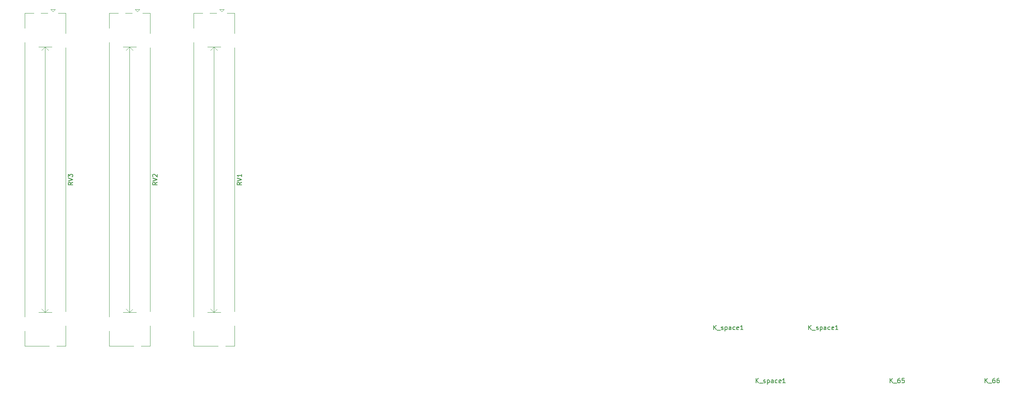
<source format=gto>
G04 #@! TF.GenerationSoftware,KiCad,Pcbnew,6.0.2*
G04 #@! TF.CreationDate,2022-03-08T20:49:10-05:00*
G04 #@! TF.ProjectId,TbKB,54624b42-2e6b-4696-9361-645f70636258,0.0*
G04 #@! TF.SameCoordinates,Original*
G04 #@! TF.FileFunction,Legend,Top*
G04 #@! TF.FilePolarity,Positive*
%FSLAX46Y46*%
G04 Gerber Fmt 4.6, Leading zero omitted, Abs format (unit mm)*
G04 Created by KiCad (PCBNEW 6.0.2) date 2022-03-08 20:49:10*
%MOMM*%
%LPD*%
G01*
G04 APERTURE LIST*
%ADD10C,0.150000*%
%ADD11C,0.120000*%
G04 APERTURE END LIST*
D10*
G04 #@! TO.C,K_66*
X248436011Y-116689880D02*
X248436011Y-115689880D01*
X249007440Y-116689880D02*
X248578869Y-116118452D01*
X249007440Y-115689880D02*
X248436011Y-116261309D01*
X249197916Y-116785119D02*
X249959821Y-116785119D01*
X250626488Y-115689880D02*
X250436011Y-115689880D01*
X250340773Y-115737500D01*
X250293154Y-115785119D01*
X250197916Y-115927976D01*
X250150297Y-116118452D01*
X250150297Y-116499404D01*
X250197916Y-116594642D01*
X250245535Y-116642261D01*
X250340773Y-116689880D01*
X250531250Y-116689880D01*
X250626488Y-116642261D01*
X250674107Y-116594642D01*
X250721726Y-116499404D01*
X250721726Y-116261309D01*
X250674107Y-116166071D01*
X250626488Y-116118452D01*
X250531250Y-116070833D01*
X250340773Y-116070833D01*
X250245535Y-116118452D01*
X250197916Y-116166071D01*
X250150297Y-116261309D01*
X251578869Y-115689880D02*
X251388392Y-115689880D01*
X251293154Y-115737500D01*
X251245535Y-115785119D01*
X251150297Y-115927976D01*
X251102678Y-116118452D01*
X251102678Y-116499404D01*
X251150297Y-116594642D01*
X251197916Y-116642261D01*
X251293154Y-116689880D01*
X251483630Y-116689880D01*
X251578869Y-116642261D01*
X251626488Y-116594642D01*
X251674107Y-116499404D01*
X251674107Y-116261309D01*
X251626488Y-116166071D01*
X251578869Y-116118452D01*
X251483630Y-116070833D01*
X251293154Y-116070833D01*
X251197916Y-116118452D01*
X251150297Y-116166071D01*
X251102678Y-116261309D01*
G04 #@! TO.C,K_65*
X227004761Y-116689880D02*
X227004761Y-115689880D01*
X227576190Y-116689880D02*
X227147619Y-116118452D01*
X227576190Y-115689880D02*
X227004761Y-116261309D01*
X227766666Y-116785119D02*
X228528571Y-116785119D01*
X229195238Y-115689880D02*
X229004761Y-115689880D01*
X228909523Y-115737500D01*
X228861904Y-115785119D01*
X228766666Y-115927976D01*
X228719047Y-116118452D01*
X228719047Y-116499404D01*
X228766666Y-116594642D01*
X228814285Y-116642261D01*
X228909523Y-116689880D01*
X229100000Y-116689880D01*
X229195238Y-116642261D01*
X229242857Y-116594642D01*
X229290476Y-116499404D01*
X229290476Y-116261309D01*
X229242857Y-116166071D01*
X229195238Y-116118452D01*
X229100000Y-116070833D01*
X228909523Y-116070833D01*
X228814285Y-116118452D01*
X228766666Y-116166071D01*
X228719047Y-116261309D01*
X230195238Y-115689880D02*
X229719047Y-115689880D01*
X229671428Y-116166071D01*
X229719047Y-116118452D01*
X229814285Y-116070833D01*
X230052380Y-116070833D01*
X230147619Y-116118452D01*
X230195238Y-116166071D01*
X230242857Y-116261309D01*
X230242857Y-116499404D01*
X230195238Y-116594642D01*
X230147619Y-116642261D01*
X230052380Y-116689880D01*
X229814285Y-116689880D01*
X229719047Y-116642261D01*
X229671428Y-116594642D01*
G04 #@! TO.C,RV1*
X80652380Y-71382738D02*
X80176190Y-71716071D01*
X80652380Y-71954166D02*
X79652380Y-71954166D01*
X79652380Y-71573214D01*
X79700000Y-71477976D01*
X79747619Y-71430357D01*
X79842857Y-71382738D01*
X79985714Y-71382738D01*
X80080952Y-71430357D01*
X80128571Y-71477976D01*
X80176190Y-71573214D01*
X80176190Y-71954166D01*
X79652380Y-71097023D02*
X80652380Y-70763690D01*
X79652380Y-70430357D01*
X80652380Y-69573214D02*
X80652380Y-70144642D01*
X80652380Y-69858928D02*
X79652380Y-69858928D01*
X79795238Y-69954166D01*
X79890476Y-70049404D01*
X79938095Y-70144642D01*
G04 #@! TO.C,K_space1*
X208645535Y-104689880D02*
X208645535Y-103689880D01*
X209216964Y-104689880D02*
X208788392Y-104118452D01*
X209216964Y-103689880D02*
X208645535Y-104261309D01*
X209407440Y-104785119D02*
X210169345Y-104785119D01*
X210359821Y-104642261D02*
X210455059Y-104689880D01*
X210645535Y-104689880D01*
X210740773Y-104642261D01*
X210788392Y-104547023D01*
X210788392Y-104499404D01*
X210740773Y-104404166D01*
X210645535Y-104356547D01*
X210502678Y-104356547D01*
X210407440Y-104308928D01*
X210359821Y-104213690D01*
X210359821Y-104166071D01*
X210407440Y-104070833D01*
X210502678Y-104023214D01*
X210645535Y-104023214D01*
X210740773Y-104070833D01*
X211216964Y-104023214D02*
X211216964Y-105023214D01*
X211216964Y-104070833D02*
X211312202Y-104023214D01*
X211502678Y-104023214D01*
X211597916Y-104070833D01*
X211645535Y-104118452D01*
X211693154Y-104213690D01*
X211693154Y-104499404D01*
X211645535Y-104594642D01*
X211597916Y-104642261D01*
X211502678Y-104689880D01*
X211312202Y-104689880D01*
X211216964Y-104642261D01*
X212550297Y-104689880D02*
X212550297Y-104166071D01*
X212502678Y-104070833D01*
X212407440Y-104023214D01*
X212216964Y-104023214D01*
X212121726Y-104070833D01*
X212550297Y-104642261D02*
X212455059Y-104689880D01*
X212216964Y-104689880D01*
X212121726Y-104642261D01*
X212074107Y-104547023D01*
X212074107Y-104451785D01*
X212121726Y-104356547D01*
X212216964Y-104308928D01*
X212455059Y-104308928D01*
X212550297Y-104261309D01*
X213455059Y-104642261D02*
X213359821Y-104689880D01*
X213169345Y-104689880D01*
X213074107Y-104642261D01*
X213026488Y-104594642D01*
X212978869Y-104499404D01*
X212978869Y-104213690D01*
X213026488Y-104118452D01*
X213074107Y-104070833D01*
X213169345Y-104023214D01*
X213359821Y-104023214D01*
X213455059Y-104070833D01*
X214264583Y-104642261D02*
X214169345Y-104689880D01*
X213978869Y-104689880D01*
X213883630Y-104642261D01*
X213836011Y-104547023D01*
X213836011Y-104166071D01*
X213883630Y-104070833D01*
X213978869Y-104023214D01*
X214169345Y-104023214D01*
X214264583Y-104070833D01*
X214312202Y-104166071D01*
X214312202Y-104261309D01*
X213836011Y-104356547D01*
X215264583Y-104689880D02*
X214693154Y-104689880D01*
X214978869Y-104689880D02*
X214978869Y-103689880D01*
X214883630Y-103832738D01*
X214788392Y-103927976D01*
X214693154Y-103975595D01*
X187214285Y-104689880D02*
X187214285Y-103689880D01*
X187785714Y-104689880D02*
X187357142Y-104118452D01*
X187785714Y-103689880D02*
X187214285Y-104261309D01*
X187976190Y-104785119D02*
X188738095Y-104785119D01*
X188928571Y-104642261D02*
X189023809Y-104689880D01*
X189214285Y-104689880D01*
X189309523Y-104642261D01*
X189357142Y-104547023D01*
X189357142Y-104499404D01*
X189309523Y-104404166D01*
X189214285Y-104356547D01*
X189071428Y-104356547D01*
X188976190Y-104308928D01*
X188928571Y-104213690D01*
X188928571Y-104166071D01*
X188976190Y-104070833D01*
X189071428Y-104023214D01*
X189214285Y-104023214D01*
X189309523Y-104070833D01*
X189785714Y-104023214D02*
X189785714Y-105023214D01*
X189785714Y-104070833D02*
X189880952Y-104023214D01*
X190071428Y-104023214D01*
X190166666Y-104070833D01*
X190214285Y-104118452D01*
X190261904Y-104213690D01*
X190261904Y-104499404D01*
X190214285Y-104594642D01*
X190166666Y-104642261D01*
X190071428Y-104689880D01*
X189880952Y-104689880D01*
X189785714Y-104642261D01*
X191119047Y-104689880D02*
X191119047Y-104166071D01*
X191071428Y-104070833D01*
X190976190Y-104023214D01*
X190785714Y-104023214D01*
X190690476Y-104070833D01*
X191119047Y-104642261D02*
X191023809Y-104689880D01*
X190785714Y-104689880D01*
X190690476Y-104642261D01*
X190642857Y-104547023D01*
X190642857Y-104451785D01*
X190690476Y-104356547D01*
X190785714Y-104308928D01*
X191023809Y-104308928D01*
X191119047Y-104261309D01*
X192023809Y-104642261D02*
X191928571Y-104689880D01*
X191738095Y-104689880D01*
X191642857Y-104642261D01*
X191595238Y-104594642D01*
X191547619Y-104499404D01*
X191547619Y-104213690D01*
X191595238Y-104118452D01*
X191642857Y-104070833D01*
X191738095Y-104023214D01*
X191928571Y-104023214D01*
X192023809Y-104070833D01*
X192833333Y-104642261D02*
X192738095Y-104689880D01*
X192547619Y-104689880D01*
X192452380Y-104642261D01*
X192404761Y-104547023D01*
X192404761Y-104166071D01*
X192452380Y-104070833D01*
X192547619Y-104023214D01*
X192738095Y-104023214D01*
X192833333Y-104070833D01*
X192880952Y-104166071D01*
X192880952Y-104261309D01*
X192404761Y-104356547D01*
X193833333Y-104689880D02*
X193261904Y-104689880D01*
X193547619Y-104689880D02*
X193547619Y-103689880D01*
X193452380Y-103832738D01*
X193357142Y-103927976D01*
X193261904Y-103975595D01*
G04 #@! TO.C,RV2*
X61602380Y-71382738D02*
X61126190Y-71716071D01*
X61602380Y-71954166D02*
X60602380Y-71954166D01*
X60602380Y-71573214D01*
X60650000Y-71477976D01*
X60697619Y-71430357D01*
X60792857Y-71382738D01*
X60935714Y-71382738D01*
X61030952Y-71430357D01*
X61078571Y-71477976D01*
X61126190Y-71573214D01*
X61126190Y-71954166D01*
X60602380Y-71097023D02*
X61602380Y-70763690D01*
X60602380Y-70430357D01*
X60697619Y-70144642D02*
X60650000Y-70097023D01*
X60602380Y-70001785D01*
X60602380Y-69763690D01*
X60650000Y-69668452D01*
X60697619Y-69620833D01*
X60792857Y-69573214D01*
X60888095Y-69573214D01*
X61030952Y-69620833D01*
X61602380Y-70192261D01*
X61602380Y-69573214D01*
G04 #@! TO.C, *
G04 #@! TO.C,RV3*
X42552380Y-71382738D02*
X42076190Y-71716071D01*
X42552380Y-71954166D02*
X41552380Y-71954166D01*
X41552380Y-71573214D01*
X41600000Y-71477976D01*
X41647619Y-71430357D01*
X41742857Y-71382738D01*
X41885714Y-71382738D01*
X41980952Y-71430357D01*
X42028571Y-71477976D01*
X42076190Y-71573214D01*
X42076190Y-71954166D01*
X41552380Y-71097023D02*
X42552380Y-70763690D01*
X41552380Y-70430357D01*
X41552380Y-70192261D02*
X41552380Y-69573214D01*
X41933333Y-69906547D01*
X41933333Y-69763690D01*
X41980952Y-69668452D01*
X42028571Y-69620833D01*
X42123809Y-69573214D01*
X42361904Y-69573214D01*
X42457142Y-69620833D01*
X42504761Y-69668452D01*
X42552380Y-69763690D01*
X42552380Y-70049404D01*
X42504761Y-70144642D01*
X42457142Y-70192261D01*
G04 #@! TO.C,K_space1*
X196739285Y-116689880D02*
X196739285Y-115689880D01*
X197310714Y-116689880D02*
X196882142Y-116118452D01*
X197310714Y-115689880D02*
X196739285Y-116261309D01*
X197501190Y-116785119D02*
X198263095Y-116785119D01*
X198453571Y-116642261D02*
X198548809Y-116689880D01*
X198739285Y-116689880D01*
X198834523Y-116642261D01*
X198882142Y-116547023D01*
X198882142Y-116499404D01*
X198834523Y-116404166D01*
X198739285Y-116356547D01*
X198596428Y-116356547D01*
X198501190Y-116308928D01*
X198453571Y-116213690D01*
X198453571Y-116166071D01*
X198501190Y-116070833D01*
X198596428Y-116023214D01*
X198739285Y-116023214D01*
X198834523Y-116070833D01*
X199310714Y-116023214D02*
X199310714Y-117023214D01*
X199310714Y-116070833D02*
X199405952Y-116023214D01*
X199596428Y-116023214D01*
X199691666Y-116070833D01*
X199739285Y-116118452D01*
X199786904Y-116213690D01*
X199786904Y-116499404D01*
X199739285Y-116594642D01*
X199691666Y-116642261D01*
X199596428Y-116689880D01*
X199405952Y-116689880D01*
X199310714Y-116642261D01*
X200644047Y-116689880D02*
X200644047Y-116166071D01*
X200596428Y-116070833D01*
X200501190Y-116023214D01*
X200310714Y-116023214D01*
X200215476Y-116070833D01*
X200644047Y-116642261D02*
X200548809Y-116689880D01*
X200310714Y-116689880D01*
X200215476Y-116642261D01*
X200167857Y-116547023D01*
X200167857Y-116451785D01*
X200215476Y-116356547D01*
X200310714Y-116308928D01*
X200548809Y-116308928D01*
X200644047Y-116261309D01*
X201548809Y-116642261D02*
X201453571Y-116689880D01*
X201263095Y-116689880D01*
X201167857Y-116642261D01*
X201120238Y-116594642D01*
X201072619Y-116499404D01*
X201072619Y-116213690D01*
X201120238Y-116118452D01*
X201167857Y-116070833D01*
X201263095Y-116023214D01*
X201453571Y-116023214D01*
X201548809Y-116070833D01*
X202358333Y-116642261D02*
X202263095Y-116689880D01*
X202072619Y-116689880D01*
X201977380Y-116642261D01*
X201929761Y-116547023D01*
X201929761Y-116166071D01*
X201977380Y-116070833D01*
X202072619Y-116023214D01*
X202263095Y-116023214D01*
X202358333Y-116070833D01*
X202405952Y-116166071D01*
X202405952Y-116261309D01*
X201929761Y-116356547D01*
X203358333Y-116689880D02*
X202786904Y-116689880D01*
X203072619Y-116689880D02*
X203072619Y-115689880D01*
X202977380Y-115832738D01*
X202882142Y-115927976D01*
X202786904Y-115975595D01*
D11*
G04 #@! TO.C,RV1*
X69830000Y-105023500D02*
X69830000Y-108407500D01*
X71877000Y-33167500D02*
X69830000Y-33167500D01*
X75025000Y-33167500D02*
X73522000Y-33167500D01*
X79070000Y-108407500D02*
X77023000Y-108407500D01*
X75950000Y-100787500D02*
X72950000Y-100787500D01*
X76700000Y-32362500D02*
X75700000Y-32362500D01*
X75700000Y-32362500D02*
X76200000Y-32862500D01*
X79070000Y-33167500D02*
X77375000Y-33167500D01*
X75200000Y-100037500D02*
X74450000Y-100787500D01*
X79070000Y-103823500D02*
X79070000Y-108407500D01*
X74450000Y-100787500D02*
X73700000Y-100037500D01*
X76200000Y-32862500D02*
X76700000Y-32362500D01*
X69830000Y-39823500D02*
X69830000Y-101752500D01*
X75950000Y-40787500D02*
X72950000Y-40787500D01*
X79070000Y-33167500D02*
X79070000Y-37752500D01*
X74450000Y-40787500D02*
X73700000Y-41537500D01*
X74450000Y-40787500D02*
X74450000Y-100787500D01*
X75200000Y-41537500D02*
X74450000Y-40787500D01*
X69830000Y-33167500D02*
X69830000Y-36552500D01*
X79070000Y-41023500D02*
X79070000Y-100552500D01*
X75377000Y-108407500D02*
X69830000Y-108407500D01*
G04 #@! TO.C,RV2*
X60020000Y-41023500D02*
X60020000Y-100552500D01*
X56150000Y-41537500D02*
X55400000Y-40787500D01*
X56900000Y-40787500D02*
X53900000Y-40787500D01*
X50780000Y-33167500D02*
X50780000Y-36552500D01*
X56900000Y-100787500D02*
X53900000Y-100787500D01*
X60020000Y-103823500D02*
X60020000Y-108407500D01*
X55400000Y-40787500D02*
X55400000Y-100787500D01*
X57150000Y-32862500D02*
X57650000Y-32362500D01*
X57650000Y-32362500D02*
X56650000Y-32362500D01*
X50780000Y-39823500D02*
X50780000Y-101752500D01*
X52827000Y-33167500D02*
X50780000Y-33167500D01*
X56327000Y-108407500D02*
X50780000Y-108407500D01*
X55400000Y-100787500D02*
X54650000Y-100037500D01*
X60020000Y-108407500D02*
X57973000Y-108407500D01*
X50780000Y-105023500D02*
X50780000Y-108407500D01*
X56150000Y-100037500D02*
X55400000Y-100787500D01*
X56650000Y-32362500D02*
X57150000Y-32862500D01*
X55400000Y-40787500D02*
X54650000Y-41537500D01*
X55975000Y-33167500D02*
X54472000Y-33167500D01*
X60020000Y-33167500D02*
X60020000Y-37752500D01*
X60020000Y-33167500D02*
X58325000Y-33167500D01*
G04 #@! TO.C,RV3*
X40970000Y-33167500D02*
X39275000Y-33167500D01*
X36350000Y-40787500D02*
X35600000Y-41537500D01*
X40970000Y-108407500D02*
X38923000Y-108407500D01*
X36350000Y-40787500D02*
X36350000Y-100787500D01*
X37600000Y-32362500D02*
X38100000Y-32862500D01*
X40970000Y-41023500D02*
X40970000Y-100552500D01*
X40970000Y-33167500D02*
X40970000Y-37752500D01*
X31730000Y-105023500D02*
X31730000Y-108407500D01*
X31730000Y-33167500D02*
X31730000Y-36552500D01*
X40970000Y-103823500D02*
X40970000Y-108407500D01*
X37850000Y-40787500D02*
X34850000Y-40787500D01*
X31730000Y-39823500D02*
X31730000Y-101752500D01*
X36925000Y-33167500D02*
X35422000Y-33167500D01*
X37100000Y-100037500D02*
X36350000Y-100787500D01*
X38600000Y-32362500D02*
X37600000Y-32362500D01*
X36350000Y-100787500D02*
X35600000Y-100037500D01*
X37277000Y-108407500D02*
X31730000Y-108407500D01*
X33777000Y-33167500D02*
X31730000Y-33167500D01*
X38100000Y-32862500D02*
X38600000Y-32362500D01*
X37100000Y-41537500D02*
X36350000Y-40787500D01*
X37850000Y-100787500D02*
X34850000Y-100787500D01*
G04 #@! TD*
M02*

</source>
